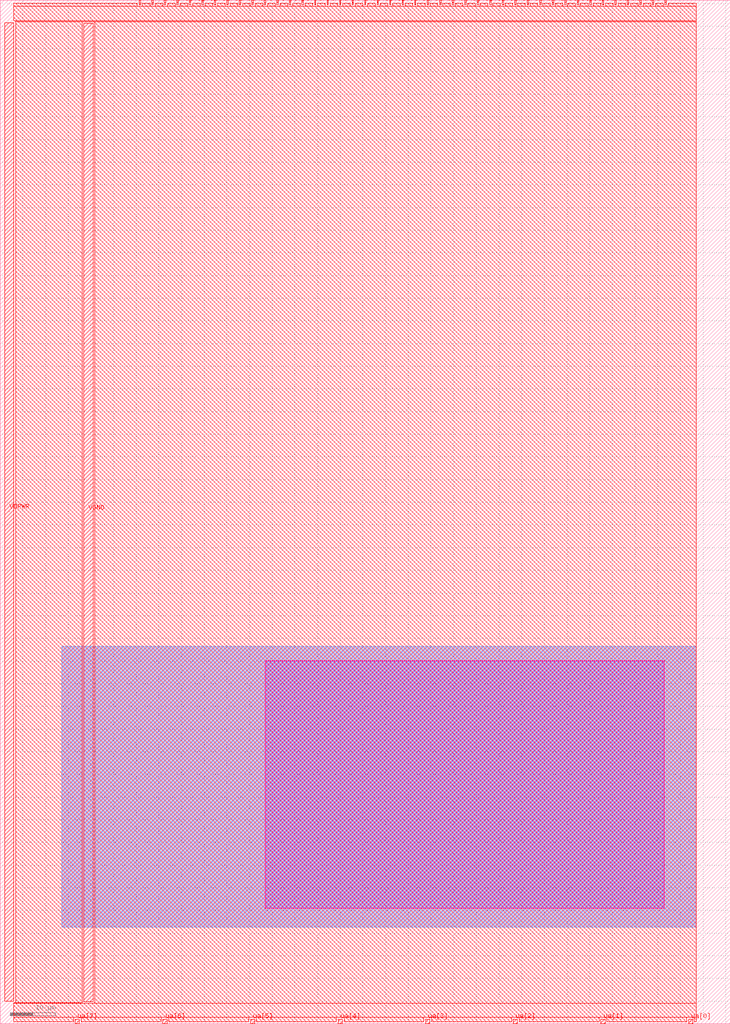
<source format=lef>
VERSION 5.7 ;
  NOWIREEXTENSIONATPIN ON ;
  DIVIDERCHAR "/" ;
  BUSBITCHARS "[]" ;
MACRO tt_um_NE567Mixer28
  CLASS BLOCK ;
  FOREIGN tt_um_NE567Mixer28 ;
  ORIGIN 0.000 0.000 ;
  SIZE 161.000 BY 225.760 ;
  PIN clk
    DIRECTION INPUT ;
    USE SIGNAL ;
    PORT
      LAYER met4 ;
        RECT 143.830 224.760 144.130 225.760 ;
    END
  END clk
  PIN ena
    DIRECTION INPUT ;
    USE SIGNAL ;
    PORT
      LAYER met4 ;
        RECT 146.590 224.760 146.890 225.760 ;
    END
  END ena
  PIN rst_n
    DIRECTION INPUT ;
    USE SIGNAL ;
    PORT
      LAYER met4 ;
        RECT 141.070 224.760 141.370 225.760 ;
    END
  END rst_n
  PIN ua[0]
    DIRECTION INOUT ;
    USE SIGNAL ;
    ANTENNADIFFAREA 2.030000 ;
    PORT
      LAYER met4 ;
        RECT 151.810 0.000 152.710 1.000 ;
    END
  END ua[0]
  PIN ua[1]
    DIRECTION INOUT ;
    USE SIGNAL ;
    ANTENNAGATEAREA 500.000000 ;
    PORT
      LAYER met4 ;
        RECT 132.490 0.000 133.390 1.000 ;
    END
  END ua[1]
  PIN ua[2]
    DIRECTION INOUT ;
    USE SIGNAL ;
    ANTENNAGATEAREA 500.000000 ;
    PORT
      LAYER met4 ;
        RECT 113.170 0.000 114.070 1.000 ;
    END
  END ua[2]
  PIN ua[3]
    DIRECTION INOUT ;
    USE SIGNAL ;
    PORT
      LAYER met4 ;
        RECT 93.850 0.000 94.750 1.000 ;
    END
  END ua[3]
  PIN ua[4]
    DIRECTION INOUT ;
    USE SIGNAL ;
    PORT
      LAYER met4 ;
        RECT 74.530 0.000 75.430 1.000 ;
    END
  END ua[4]
  PIN ua[5]
    DIRECTION INOUT ;
    USE SIGNAL ;
    PORT
      LAYER met4 ;
        RECT 55.210 0.000 56.110 1.000 ;
    END
  END ua[5]
  PIN ua[6]
    DIRECTION INOUT ;
    USE SIGNAL ;
    PORT
      LAYER met4 ;
        RECT 35.890 0.000 36.790 1.000 ;
    END
  END ua[6]
  PIN ua[7]
    DIRECTION INOUT ;
    USE SIGNAL ;
    PORT
      LAYER met4 ;
        RECT 16.570 0.000 17.470 1.000 ;
    END
  END ua[7]
  PIN ui_in[0]
    DIRECTION INPUT ;
    USE SIGNAL ;
    ANTENNADIFFAREA 47.466198 ;
    PORT
      LAYER met4 ;
        RECT 138.310 224.760 138.610 225.760 ;
    END
  END ui_in[0]
  PIN ui_in[1]
    DIRECTION INPUT ;
    USE SIGNAL ;
    ANTENNADIFFAREA 47.466198 ;
    PORT
      LAYER met4 ;
        RECT 135.550 224.760 135.850 225.760 ;
    END
  END ui_in[1]
  PIN ui_in[2]
    DIRECTION INPUT ;
    USE SIGNAL ;
    ANTENNADIFFAREA 47.466198 ;
    PORT
      LAYER met4 ;
        RECT 132.790 224.760 133.090 225.760 ;
    END
  END ui_in[2]
  PIN ui_in[3]
    DIRECTION INPUT ;
    USE SIGNAL ;
    ANTENNADIFFAREA 47.466198 ;
    PORT
      LAYER met4 ;
        RECT 130.030 224.760 130.330 225.760 ;
    END
  END ui_in[3]
  PIN ui_in[4]
    DIRECTION INPUT ;
    USE SIGNAL ;
    ANTENNADIFFAREA 47.466198 ;
    PORT
      LAYER met4 ;
        RECT 127.270 224.760 127.570 225.760 ;
    END
  END ui_in[4]
  PIN ui_in[5]
    DIRECTION INPUT ;
    USE SIGNAL ;
    ANTENNADIFFAREA 47.466198 ;
    PORT
      LAYER met4 ;
        RECT 124.510 224.760 124.810 225.760 ;
    END
  END ui_in[5]
  PIN ui_in[6]
    DIRECTION INPUT ;
    USE SIGNAL ;
    ANTENNADIFFAREA 47.466198 ;
    PORT
      LAYER met4 ;
        RECT 121.750 224.760 122.050 225.760 ;
    END
  END ui_in[6]
  PIN ui_in[7]
    DIRECTION INPUT ;
    USE SIGNAL ;
    ANTENNADIFFAREA 47.466198 ;
    PORT
      LAYER met4 ;
        RECT 118.990 224.760 119.290 225.760 ;
    END
  END ui_in[7]
  PIN uio_in[0]
    DIRECTION INPUT ;
    USE SIGNAL ;
    ANTENNADIFFAREA 47.466198 ;
    PORT
      LAYER met4 ;
        RECT 116.230 224.760 116.530 225.760 ;
    END
  END uio_in[0]
  PIN uio_in[1]
    DIRECTION INPUT ;
    USE SIGNAL ;
    ANTENNADIFFAREA 47.466198 ;
    PORT
      LAYER met4 ;
        RECT 113.470 224.760 113.770 225.760 ;
    END
  END uio_in[1]
  PIN uio_in[2]
    DIRECTION INPUT ;
    USE SIGNAL ;
    ANTENNADIFFAREA 47.466198 ;
    PORT
      LAYER met4 ;
        RECT 110.710 224.760 111.010 225.760 ;
    END
  END uio_in[2]
  PIN uio_in[3]
    DIRECTION INPUT ;
    USE SIGNAL ;
    ANTENNADIFFAREA 47.466198 ;
    PORT
      LAYER met4 ;
        RECT 107.950 224.760 108.250 225.760 ;
    END
  END uio_in[3]
  PIN uio_in[4]
    DIRECTION INPUT ;
    USE SIGNAL ;
    ANTENNADIFFAREA 47.466198 ;
    PORT
      LAYER met4 ;
        RECT 105.190 224.760 105.490 225.760 ;
    END
  END uio_in[4]
  PIN uio_in[5]
    DIRECTION INPUT ;
    USE SIGNAL ;
    ANTENNADIFFAREA 47.466198 ;
    PORT
      LAYER met4 ;
        RECT 102.430 224.760 102.730 225.760 ;
    END
  END uio_in[5]
  PIN uio_in[6]
    DIRECTION INPUT ;
    USE SIGNAL ;
    ANTENNADIFFAREA 47.466198 ;
    PORT
      LAYER met4 ;
        RECT 99.670 224.760 99.970 225.760 ;
    END
  END uio_in[6]
  PIN uio_in[7]
    DIRECTION INPUT ;
    USE SIGNAL ;
    ANTENNADIFFAREA 47.466198 ;
    PORT
      LAYER met4 ;
        RECT 96.910 224.760 97.210 225.760 ;
    END
  END uio_in[7]
  PIN uio_oe[0]
    DIRECTION OUTPUT ;
    USE SIGNAL ;
    ANTENNADIFFAREA 47.466198 ;
    PORT
      LAYER met4 ;
        RECT 49.990 224.760 50.290 225.760 ;
    END
  END uio_oe[0]
  PIN uio_oe[1]
    DIRECTION OUTPUT ;
    USE SIGNAL ;
    ANTENNADIFFAREA 47.466198 ;
    PORT
      LAYER met4 ;
        RECT 47.230 224.760 47.530 225.760 ;
    END
  END uio_oe[1]
  PIN uio_oe[2]
    DIRECTION OUTPUT ;
    USE SIGNAL ;
    ANTENNADIFFAREA 47.466198 ;
    PORT
      LAYER met4 ;
        RECT 44.470 224.760 44.770 225.760 ;
    END
  END uio_oe[2]
  PIN uio_oe[3]
    DIRECTION OUTPUT ;
    USE SIGNAL ;
    ANTENNADIFFAREA 47.466198 ;
    PORT
      LAYER met4 ;
        RECT 41.710 224.760 42.010 225.760 ;
    END
  END uio_oe[3]
  PIN uio_oe[4]
    DIRECTION OUTPUT ;
    USE SIGNAL ;
    ANTENNADIFFAREA 47.466198 ;
    PORT
      LAYER met4 ;
        RECT 38.950 224.760 39.250 225.760 ;
    END
  END uio_oe[4]
  PIN uio_oe[5]
    DIRECTION OUTPUT ;
    USE SIGNAL ;
    ANTENNADIFFAREA 47.466198 ;
    PORT
      LAYER met4 ;
        RECT 36.190 224.760 36.490 225.760 ;
    END
  END uio_oe[5]
  PIN uio_oe[6]
    DIRECTION OUTPUT ;
    USE SIGNAL ;
    ANTENNADIFFAREA 47.466198 ;
    PORT
      LAYER met4 ;
        RECT 33.430 224.760 33.730 225.760 ;
    END
  END uio_oe[6]
  PIN uio_oe[7]
    DIRECTION OUTPUT ;
    USE SIGNAL ;
    ANTENNADIFFAREA 47.466198 ;
    PORT
      LAYER met4 ;
        RECT 30.670 224.760 30.970 225.760 ;
    END
  END uio_oe[7]
  PIN uio_out[0]
    DIRECTION OUTPUT ;
    USE SIGNAL ;
    ANTENNADIFFAREA 47.466198 ;
    PORT
      LAYER met4 ;
        RECT 72.070 224.760 72.370 225.760 ;
    END
  END uio_out[0]
  PIN uio_out[1]
    DIRECTION OUTPUT ;
    USE SIGNAL ;
    ANTENNADIFFAREA 47.466198 ;
    PORT
      LAYER met4 ;
        RECT 69.310 224.760 69.610 225.760 ;
    END
  END uio_out[1]
  PIN uio_out[2]
    DIRECTION OUTPUT ;
    USE SIGNAL ;
    ANTENNADIFFAREA 47.466198 ;
    PORT
      LAYER met4 ;
        RECT 66.550 224.760 66.850 225.760 ;
    END
  END uio_out[2]
  PIN uio_out[3]
    DIRECTION OUTPUT ;
    USE SIGNAL ;
    ANTENNADIFFAREA 47.466198 ;
    PORT
      LAYER met4 ;
        RECT 63.790 224.760 64.090 225.760 ;
    END
  END uio_out[3]
  PIN uio_out[4]
    DIRECTION OUTPUT ;
    USE SIGNAL ;
    ANTENNADIFFAREA 47.466198 ;
    PORT
      LAYER met4 ;
        RECT 61.030 224.760 61.330 225.760 ;
    END
  END uio_out[4]
  PIN uio_out[5]
    DIRECTION OUTPUT ;
    USE SIGNAL ;
    ANTENNADIFFAREA 47.466198 ;
    PORT
      LAYER met4 ;
        RECT 58.270 224.760 58.570 225.760 ;
    END
  END uio_out[5]
  PIN uio_out[6]
    DIRECTION OUTPUT ;
    USE SIGNAL ;
    ANTENNADIFFAREA 47.466198 ;
    PORT
      LAYER met4 ;
        RECT 55.510 224.760 55.810 225.760 ;
    END
  END uio_out[6]
  PIN uio_out[7]
    DIRECTION OUTPUT ;
    USE SIGNAL ;
    ANTENNADIFFAREA 47.466198 ;
    PORT
      LAYER met4 ;
        RECT 52.750 224.760 53.050 225.760 ;
    END
  END uio_out[7]
  PIN uo_out[0]
    DIRECTION OUTPUT ;
    USE SIGNAL ;
    ANTENNADIFFAREA 47.466198 ;
    PORT
      LAYER met4 ;
        RECT 94.150 224.760 94.450 225.760 ;
    END
  END uo_out[0]
  PIN uo_out[1]
    DIRECTION OUTPUT ;
    USE SIGNAL ;
    ANTENNADIFFAREA 47.466198 ;
    PORT
      LAYER met4 ;
        RECT 91.390 224.760 91.690 225.760 ;
    END
  END uo_out[1]
  PIN uo_out[2]
    DIRECTION OUTPUT ;
    USE SIGNAL ;
    ANTENNADIFFAREA 47.466198 ;
    PORT
      LAYER met4 ;
        RECT 88.630 224.760 88.930 225.760 ;
    END
  END uo_out[2]
  PIN uo_out[3]
    DIRECTION OUTPUT ;
    USE SIGNAL ;
    ANTENNADIFFAREA 47.466198 ;
    PORT
      LAYER met4 ;
        RECT 85.870 224.760 86.170 225.760 ;
    END
  END uo_out[3]
  PIN uo_out[4]
    DIRECTION OUTPUT ;
    USE SIGNAL ;
    ANTENNADIFFAREA 47.466198 ;
    PORT
      LAYER met4 ;
        RECT 83.110 224.760 83.410 225.760 ;
    END
  END uo_out[4]
  PIN uo_out[5]
    DIRECTION OUTPUT ;
    USE SIGNAL ;
    ANTENNADIFFAREA 47.466198 ;
    PORT
      LAYER met4 ;
        RECT 80.350 224.760 80.650 225.760 ;
    END
  END uo_out[5]
  PIN uo_out[6]
    DIRECTION OUTPUT ;
    USE SIGNAL ;
    ANTENNADIFFAREA 47.466198 ;
    PORT
      LAYER met4 ;
        RECT 77.590 224.760 77.890 225.760 ;
    END
  END uo_out[6]
  PIN uo_out[7]
    DIRECTION OUTPUT ;
    USE SIGNAL ;
    ANTENNADIFFAREA 47.466198 ;
    PORT
      LAYER met4 ;
        RECT 74.830 224.760 75.130 225.760 ;
    END
  END uo_out[7]
  PIN VDPWR
    DIRECTION INOUT ;
    USE POWER ;
    PORT
      LAYER met4 ;
        RECT 1.000 5.000 3.000 220.760 ;
    END
  END VDPWR
  PIN VGND
    DIRECTION INOUT ;
    USE GROUND ;
    PORT
      LAYER met4 ;
        RECT 18.460 4.870 20.460 220.630 ;
    END
  END VGND
  OBS
      LAYER nwell ;
        RECT 58.500 25.490 146.440 80.110 ;
      LAYER li1 ;
        RECT 58.680 25.520 146.260 79.930 ;
      LAYER met1 ;
        RECT 13.540 21.290 153.530 83.220 ;
      LAYER met2 ;
        RECT 13.590 21.240 153.480 83.230 ;
      LAYER met3 ;
        RECT 13.540 21.265 153.530 83.205 ;
      LAYER met4 ;
        RECT 3.000 224.360 30.270 225.090 ;
        RECT 31.370 224.360 33.030 225.090 ;
        RECT 34.130 224.360 35.790 225.090 ;
        RECT 36.890 224.360 38.550 225.090 ;
        RECT 39.650 224.360 41.310 225.090 ;
        RECT 42.410 224.360 44.070 225.090 ;
        RECT 45.170 224.360 46.830 225.090 ;
        RECT 47.930 224.360 49.590 225.090 ;
        RECT 50.690 224.360 52.350 225.090 ;
        RECT 53.450 224.360 55.110 225.090 ;
        RECT 56.210 224.360 57.870 225.090 ;
        RECT 58.970 224.360 60.630 225.090 ;
        RECT 61.730 224.360 63.390 225.090 ;
        RECT 64.490 224.360 66.150 225.090 ;
        RECT 67.250 224.360 68.910 225.090 ;
        RECT 70.010 224.360 71.670 225.090 ;
        RECT 72.770 224.360 74.430 225.090 ;
        RECT 75.530 224.360 77.190 225.090 ;
        RECT 78.290 224.360 79.950 225.090 ;
        RECT 81.050 224.360 82.710 225.090 ;
        RECT 83.810 224.360 85.470 225.090 ;
        RECT 86.570 224.360 88.230 225.090 ;
        RECT 89.330 224.360 90.990 225.090 ;
        RECT 92.090 224.360 93.750 225.090 ;
        RECT 94.850 224.360 96.510 225.090 ;
        RECT 97.610 224.360 99.270 225.090 ;
        RECT 100.370 224.360 102.030 225.090 ;
        RECT 103.130 224.360 104.790 225.090 ;
        RECT 105.890 224.360 107.550 225.090 ;
        RECT 108.650 224.360 110.310 225.090 ;
        RECT 111.410 224.360 113.070 225.090 ;
        RECT 114.170 224.360 115.830 225.090 ;
        RECT 116.930 224.360 118.590 225.090 ;
        RECT 119.690 224.360 121.350 225.090 ;
        RECT 122.450 224.360 124.110 225.090 ;
        RECT 125.210 224.360 126.870 225.090 ;
        RECT 127.970 224.360 129.630 225.090 ;
        RECT 130.730 224.360 132.390 225.090 ;
        RECT 133.490 224.360 135.150 225.090 ;
        RECT 136.250 224.360 137.910 225.090 ;
        RECT 139.010 224.360 140.670 225.090 ;
        RECT 141.770 224.360 143.430 225.090 ;
        RECT 144.530 224.360 146.190 225.090 ;
        RECT 147.290 224.360 153.485 225.090 ;
        RECT 3.000 221.160 153.485 224.360 ;
        RECT 3.400 221.030 153.485 221.160 ;
        RECT 3.400 4.600 18.060 221.030 ;
        RECT 3.000 4.470 18.060 4.600 ;
        RECT 20.860 4.470 153.485 221.030 ;
        RECT 3.000 1.400 153.485 4.470 ;
        RECT 3.000 0.430 16.170 1.400 ;
        RECT 17.870 0.430 35.490 1.400 ;
        RECT 37.190 0.430 54.810 1.400 ;
        RECT 56.510 0.430 74.130 1.400 ;
        RECT 75.830 0.430 93.450 1.400 ;
        RECT 95.150 0.430 112.770 1.400 ;
        RECT 114.470 0.430 132.090 1.400 ;
        RECT 133.790 0.430 151.410 1.400 ;
        RECT 153.110 0.430 153.485 1.400 ;
  END
END tt_um_NE567Mixer28
END LIBRARY


</source>
